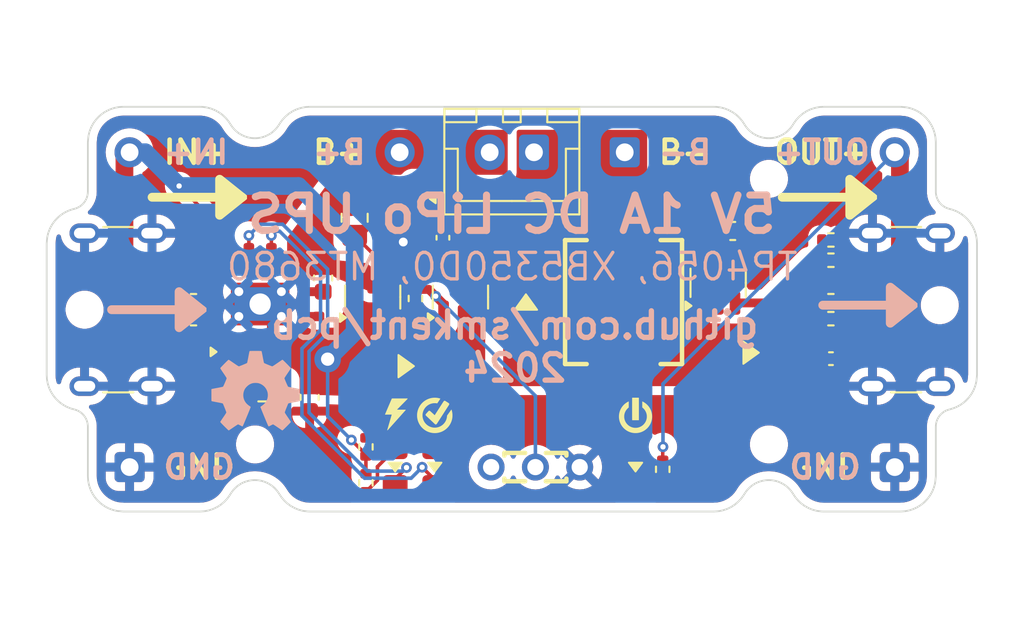
<source format=kicad_pcb>
(kicad_pcb (version 20240108) (generator "pcbnew") (generator_version "8.0")
  (layers (0 "F.Cu" signal) (31 "B.Cu" signal) (34 "B.Paste" user) (35 "F.Paste" user) (36 "B.SilkS" user "B.Silkscreen") (37 "F.SilkS" user "F.Silkscreen") (38 "B.Mask" user) (39 "F.Mask" user) (44 "Edge.Cuts" user))
  (net 0 "")
  (net 1 "B+")
  (net 2 "B-")
  (net 3 "VIN")
  (net 4 "GND")
  (net 5 "BATVDD")
  (net 6 "BOOST")
  (net 7 "VOUT")
  (net 8 "LOAD_SWITCH")
  (net 9 "SW")
  (net 10 "Net-(J0-CC1)")
  (net 11 "Net-(J0-CC2)")
  (net 12 "Net-(J1-CC1)")
  (net 13 "Net-(J1-CC2)")
  (net 14 "Net-(LED1-K)")
  (net 15 "Net-(LED1-A)")
  (net 16 "Net-(LED2-A)")
  (net 17 "Net-(LED2-K)")
  (net 18 "Net-(LED3-A)")
  (net 19 "Net-(Q2-G)")
  (net 20 "Net-(U1-PROG)")
  (net 21 "FB")
  (footprint "Resistor_SMD:R_0402_1005Metric" (layer "F.Cu") (at 146.3972 94.791)
    (property "Reference" "R10" (hide yes))
    (property "Value" "10K")
  )
  (footprint "Resistor_SMD:R_0402_1005Metric" (layer "F.Cu") (at 146.3972 95.936 180)
    (property "Reference" "R3" (hide yes))
    (property "Value" "75K")
  )
  (footprint "Resistor_SMD:R_0402_1005Metric" (layer "F.Cu") (at 122.949 98.097 90)
    (property "Reference" "R8" (hide yes))
    (property "Value" "10K")
  )
  (footprint "Resistor_SMD:R_0402_1005Metric" (layer "F.Cu") (at 146.3952 98.222)
    (property "Reference" "R6" (hide yes))
    (property "Value" "22K")
  )
  (footprint "Package_TO_SOT_SMD:SOT-23-6" (layer "F.Cu") (at 140.033 97.2115 90)
    (property "Reference" "U3" (hide yes))
    (property "Value" "MT3608")
  )
  (footprint "Package_TO_SOT_SMD:SOT-23" (layer "F.Cu") (at 125.489 98.0165 90)
    (property "Reference" "Q2" (hide yes))
    (property "Value" "AO3401A")
  )
  (footprint "lcsc:IND-SMD_L7.0-W6.6" (layer "F.Cu") (at 134.694 98.301 -90)
    (property "Reference" "L1" (hide yes))
    (property "Value" "22uH")
  )
  (footprint "Resistor_SMD:R_0402_1005Metric" (layer "F.Cu") (at 117.488 99.621 90)
    (property "Reference" "R11" (hide yes))
    (property "Value" "10K")
  )
  (footprint "custom:LED_0805_2012Metric_Pad1.15x1.40mm_HandSolder_simple" (layer "F.Cu") (at 121.806 107.62 90)
    (property "Reference" "LED1" (hide yes))
    (property "Value" "Charge")
  )
  (footprint "Package_TO_SOT_SMD:SOT-23" (layer "F.Cu") (at 120.536 98.0165 90)
    (property "Reference" "Q1" (hide yes))
    (property "Value" "AO3401A")
  )
  (footprint "graphics:icon-check-mark-circle-2mm" (layer "F.Cu") (at 124.0412 104.70017)
    (property "Reference" "G***" (hide yes))
    (property "Value" "LOGO" (hide yes))
  )
  (footprint "Capacitor_SMD:C_0603_1608Metric" (layer "F.Cu") (at 140.856 94.285)
    (property "Reference" "C4" (hide yes))
    (property "Value" "10uF")
  )
  (footprint "Resistor_SMD:R_0402_1005Metric" (layer "F.Cu") (at 136.9046 107.745 -90)
    (property "Reference" "R9" (hide yes))
    (property "Value" "10K")
  )
  (footprint "custom:SOIC-8-1EP_3.9x4.9mm_P1.27mm_EP2.41x3.3mm_ThermalVias_CustomVias_Large" (layer "F.Cu") (at 114.186 98.411 90)
    (property "Reference" "U1" (hide yes))
    (property "Value" "TP4056")
  )
  (footprint "Capacitor_SMD:C_0603_1608Metric" (layer "F.Cu") (at 117.742 96.939 90)
    (property "Reference" "C2" (hide yes))
    (property "Value" "10uF")
  )
  (footprint "Capacitor_SMD:C_0402_1005Metric" (layer "F.Cu") (at 146.3972 101.496)
    (property "Reference" "C5" (hide yes))
    (property "Value" "10uF")
  )
  (footprint "custom:PinHeader_1x01_P2.54mm_simple" (layer "F.Cu") (at 150 89.84)
    (property "Reference" "J201" (hide yes))
    (property "Value" "Conn_01x01")
  )
  (footprint "Resistor_SMD:R_0805_2012Metric_Pad1.20x1.40mm_HandSolder" (layer "F.Cu") (at 119.52 93.539 -90)
    (property "Reference" "R2" (hide yes))
    (property "Value" "100R")
  )
  (footprint "Resistor_SMD:R_0402_1005Metric" (layer "F.Cu") (at 146.3952 99.238)
    (property "Reference" "R7" (hide yes))
    (property "Value" "22K")
  )
  (footprint "custom:PinHeader_1x01_P2.54mm_simple" (layer "F.Cu") (at 106.82 89.84)
    (property "Reference" "J101" (hide yes))
    (property "Value" "Conn_01x01")
  )
  (footprint "custom:JST_XH_B2B-XH-A_1x02_P2.50mm_Vertical_simple_pad2gnd" (layer "F.Cu") (at 127.14 89.84)
    (property "Reference" "BT1" (hide yes))
    (property "Value" "Battery_Cell")
  )
  (footprint "custom:SW-TH_DEALON_SS-12D01-GX_simple" (layer "F.Cu") (at 129.72 107.62)
    (property "Reference" "SW1" (hide yes))
    (property "Value" "SW_SPDT")
  )
  (footprint "Capacitor_SMD:C_0603_1608Metric" (layer "F.Cu") (at 116.98 103.683 -90)
    (property "Reference" "C1" (hide yes))
    (property "Value" "10uF")
  )
  (footprint "custom:PinHeader_1x01_P2.54mm_simple_square" (layer "F.Cu") (at 106.82 107.62)
    (property "Reference" "J102" (hide yes))
    (property "Value" "Conn_01x01")
  )
  (footprint "Resistor_SMD:R_0805_2012Metric_Pad1.20x1.40mm_HandSolder" (layer "F.Cu") (at 114.313 103.175)
    (property "Reference" "R1" (hide yes))
    (property "Value" "1K2")
  )
  (footprint "Capacitor_SMD:C_0402_1005Metric" (layer "F.Cu") (at 124.501 94.666 -90)
    (property "Reference" "C3" (hide yes))
    (property "Value" "0.1uF")
  )
  (footprint "graphics:icon-power-2mm" (layer "F.Cu") (at 135.368736 104.699488)
    (property "Reference" "G***" (hide yes))
    (property "Value" "LOGO" (hide yes))
  )
  (footprint "Resistor_SMD:R_0402_1005Metric" (layer "F.Cu") (at 120.155 106.479 90)
    (property "Reference" "R13" (hide yes))
    (property "Value" "5K1")
  )
  (footprint "custom:D_SMA_simple" (layer "F.Cu") (at 122.409 101.905 180)
    (property "Reference" "D1" (hide yes))
    (property "Value" "SS34")
  )
  (footprint "custom:SOT-23-5_simple" (layer "F.Cu") (at 122.253 93.7715 -90)
    (property "Reference" "U2" (hide yes))
    (property "Value" "XB5350D0")
  )
  (footprint "custom:LED_0805_2012Metric_Pad1.15x1.40mm_HandSolder_simple" (layer "F.Cu") (at 135.3696 107.62 90)
    (property "Reference" "LED3" (hide yes))
    (property "Value" "Boost")
  )
  (footprint "custom:PinHeader_1x01_P2.54mm_simple_square" (layer "F.Cu") (at 150 107.62)
    (property "Reference" "J202" (hide yes))
    (property "Value" "Conn_01x01")
  )
  (footprint "custom:PinHeader_1x01_P2.54mm_simple" (layer "F.Cu") (at 122.06 89.84 180)
    (property "Reference" "J301" (hide yes))
    (property "Value" "Conn_01x01")
  )
  (footprint "custom:USB_C_Receptacle_GCT_USB4125-xx-x_6P_TopMnt_Horizontal_handsolder" (layer "F.Cu") (at 105.08 98.73 -90)
    (property "Reference" "J0" (hide yes))
    (property "Value" "USB_C_Receptacle_PowerOnly_6P")
  )
  (footprint "Resistor_SMD:R_0402_1005Metric" (layer "F.Cu") (at 110.4268 99.238)
    (property "Reference" "R4" (hide yes))
    (property "Value" "5K1")
  )
  (footprint "custom:D_SMA_simple" (layer "F.Cu") (at 141.872 101.143 180)
    (property "Reference" "D2" (hide yes))
    (property "Value" "SS34")
  )
  (footprint "custom:LED_0805_2012Metric_Pad1.15x1.40mm_HandSolder_simple" (layer "F.Cu") (at 124.04137 107.62 90)
    (property "Reference" "LED2" (hide yes))
    (property "Value" "Done")
  )
  (footprint "graphics:icon-lightning-bolt-2mm" (layer "F.Cu") (at 121.816112 104.576256)
    (property "Reference" "G***" (hide yes))
    (property "Value" "LOGO" (hide yes))
  )
  (footprint "Resistor_SMD:R_0402_1005Metric" (layer "F.Cu") (at 110.4268 98.224)
    (property "Reference" "R5" (hide yes))
    (property "Value" "5K1")
  )
  (footprint "Resistor_SMD:R_0402_1005Metric" (layer "F.Cu") (at 120.155 108.507 -90)
    (property "Reference" "R12" (hide yes))
    (property "Value" "5K1")
  )
  (footprint "custom:D_SMA_simple" (layer "F.Cu") (at 129.172 98.317 -90)
    (property "Reference" "D3" (hide yes))
    (property "Value" "SS34")
  )
  (footprint "custom:USB_C_Receptacle_GCT_USB4125-xx-x_6P_TopMnt_Horizontal_handsolder" (layer "F.Cu") (at 151.74 98.73 90)
    (property "Reference" "J1" (hide yes))
    (property "Value" "USB_C_Receptacle_PowerOnly_6P")
  )
  (footprint "custom:PinHeader_1x01_P2.54mm_simple_square" (layer "F.Cu") (at 134.76 89.84 180)
    (property "Reference" "J302" (hide yes))
    (property "Value" "Conn_01x01")
  )
  (footprint "graphics:oshw-logo-5mm" (layer "B.Cu") (at 113.932 103.302 180)
    (property "Reference" "G***" (hide yes))
    (property "Value" "LOGO" (hide yes))
  )
  (gr_poly (pts (xy 109.614 97.714) (xy 110.884 98.73) (xy 109.614 99.746)) (stroke (width 0.5)) (fill solid) (layer "B.SilkS"))
  (gr_line (start 105.804 98.73) (end 110.884 98.73) (stroke (width 0.5)) (layer "B.SilkS"))
  (gr_line (start 145.936 98.476) (end 151.016 98.476) (stroke (width 0.5)) (layer "B.SilkS"))
  (gr_poly (pts (xy 149.746 97.46) (xy 151.016 98.476) (xy 149.746 99.492)) (stroke (width 0.5)) (fill solid) (layer "B.SilkS"))
  (gr_line (start 108.09 92.38) (end 113.17 92.38) (stroke (width 0.5)) (layer "F.SilkS"))
  (gr_poly (pts (xy 111.9 91.364) (xy 113.17 92.38) (xy 111.9 93.396)) (stroke (width 0.5)) (fill solid) (layer "F.SilkS"))
  (gr_line (start 143.65 92.38) (end 148.73 92.38) (stroke (width 0.5)) (layer "F.SilkS"))
  (gr_poly (pts (xy 147.46 91.364) (xy 148.73 92.38) (xy 147.46 93.396)) (stroke (width 0.5)) (fill solid) (layer "F.SilkS"))
  (gr_poly (pts (xy 110.794799 87.2702) (xy 110.888899 87.2732) (xy 110.935899 87.276899) (xy 111.130499 87.301499) (xy 111.192098 87.3132) (xy 111.3745 87.3601) (xy 111.4342 87.3795) (xy 111.609199 87.4488) (xy 111.665998 87.4755) (xy 111.830999 87.5662) (xy 111.883999 87.5998) (xy 112.036298 87.7105) (xy 112.084699 87.7505) (xy 112.221899 87.8794) (xy 112.2649 87.925099) (xy 112.384899 88.0702) (xy 112.421799 88.120999) (xy 112.465999 88.1907) (xy 112.5013 88.2427) (xy 112.504699 88.2473) (xy 112.545099 88.3109) (xy 112.580399 88.3628) (xy 112.617199 88.4135) (xy 112.655699 88.463099) (xy 112.663599 88.4726) (xy 112.705099 88.5198) (xy 112.747999 88.5654) (xy 112.792399 88.609799) (xy 112.801399 88.6183) (xy 112.848499 88.6598) (xy 112.896799 88.699699) (xy 112.946399 88.73824) (xy 112.956399 88.74551) (xy 113.008399 88.78082) (xy 113.061199 88.81437) (xy 113.115299 88.84634) (xy 113.126099 88.8523) (xy 113.182099 88.88082) (xy 113.238799 88.90748) (xy 113.296399 88.93243) (xy 113.307899 88.93698) (xy 113.366999 88.95826) (xy 113.426599 88.97761) (xy 113.486899 88.99514) (xy 113.498899 88.99821) (xy 113.560199 89.01192) (xy 113.621699 89.02365) (xy 113.683699 89.03348) (xy 113.695999 89.035029) (xy 113.758499 89.04094) (xy 113.820999 89.044869) (xy 113.883799 89.04684) (xy 113.896199 89.04684) (xy 113.958999 89.044869) (xy 114.021499 89.04094) (xy 114.083999 89.035029) (xy 114.096299 89.03348) (xy 114.158299 89.02365) (xy 114.219799 89.01192) (xy 114.281099 88.99821) (xy 114.293099 88.99514) (xy 114.353399 88.97761) (xy 114.412999 88.95826) (xy 114.472099 88.93698) (xy 114.483599 88.93243) (xy 114.541199 88.90748) (xy 114.597899 88.88082) (xy 114.653899 88.8523) (xy 114.664699 88.84634) (xy 114.718799 88.81437) (xy 114.771599 88.78082) (xy 114.823599 88.74551) (xy 114.833599 88.73824) (xy 114.883199 88.699699) (xy 114.931499 88.6598) (xy 114.978599 88.6183) (xy 114.987599 88.609799) (xy 115.031999 88.5654) (xy 115.074899 88.5198) (xy 115.116399 88.4726) (xy 115.124299 88.463099) (xy 115.1628 88.4135) (xy 115.199599 88.3628) (xy 115.234899 88.3109) (xy 115.269899 88.2557) (xy 115.2864 88.2289) (xy 115.292399 88.2186) (xy 115.318299 88.179299) (xy 115.433599 88.020599) (xy 115.473599 87.972199) (xy 115.602499 87.835) (xy 115.648199 87.792) (xy 115.793299 87.672) (xy 115.844099 87.635099) (xy 116.003099 87.5342) (xy 116.057999 87.504) (xy 116.228399 87.4238) (xy 116.286699 87.4007) (xy 116.465799 87.3425) (xy 116.526599 87.3269) (xy 116.711599 87.2917) (xy 116.773799 87.2838) (xy 116.977399 87.271) (xy 117.008799 87.27) (xy 139.779095 87.27) (xy 139.794797 87.2702) (xy 139.888898 87.2732) (xy 139.935895 87.276899) (xy 140.130498 87.301499) (xy 140.192097 87.3132) (xy 140.374497 87.3601) (xy 140.434197 87.3795) (xy 140.609196 87.4488) (xy 140.665997 87.4755) (xy 140.830998 87.5662) (xy 140.883996 87.5998) (xy 141.036297 87.7105) (xy 141.084698 87.7505) (xy 141.221898 87.8794) (xy 141.264897 87.925099) (xy 141.384896 88.0702) (xy 141.421796 88.120999) (xy 141.465996 88.1907) (xy 141.501298 88.2427) (xy 141.504697 88.2473) (xy 141.545094 88.3109) (xy 141.580395 88.3628) (xy 141.617196 88.4135) (xy 141.655697 88.463099) (xy 141.663594 88.4726) (xy 141.705098 88.5198) (xy 141.747998 88.5654) (xy 141.792397 88.609799) (xy 141.801396 88.6183) (xy 141.848496 88.6598) (xy 141.896794 88.699699) (xy 141.946396 88.73824) (xy 141.956395 88.74551) (xy 142.008397 88.78082) (xy 142.061196 88.81437) (xy 142.115296 88.84634) (xy 142.126095 88.8523) (xy 142.182095 88.88082) (xy 142.238797 88.90748) (xy 142.296395 88.93243) (xy 142.307896 88.93698) (xy 142.366997 88.95826) (xy 142.426594 88.97761) (xy 142.486897 88.99514) (xy 142.498898 88.99821) (xy 142.560197 89.01192) (xy 142.621697 89.02365) (xy 142.683697 89.03348) (xy 142.695996 89.035029) (xy 142.758496 89.04094) (xy 142.820996 89.044869) (xy 142.883797 89.04684) (xy 142.896195 89.04684) (xy 142.958996 89.044869) (xy 143.021496 89.04094) (xy 143.083996 89.035029) (xy 143.096295 89.03348) (xy 143.158295 89.02365) (xy 143.219796 89.01192) (xy 143.281094 88.99821) (xy 143.293095 88.99514) (xy 143.353398 88.97761) (xy 143.412995 88.95826) (xy 143.472096 88.93698) (xy 143.483597 88.93243) (xy 143.541196 88.90748) (xy 143.597897 88.88082) (xy 143.653897 88.8523) (xy 143.664696 88.84634) (xy 143.718796 88.81437) (xy 143.771596 88.78082) (xy 143.823598 88.74551) (xy 143.833596 88.73824) (xy 143.883198 88.699699) (xy 143.931496 88.6598) (xy 143.978596 88.6183) (xy 143.987595 88.609799) (xy 144.031994 88.5654) (xy 144.074895 88.5198) (xy 144.116398 88.4726) (xy 144.124295 88.463099) (xy 144.162797 88.4135) (xy 144.199597 88.3628) (xy 144.234898 88.3109) (xy 144.269894 88.2557) (xy 144.286397 88.2289) (xy 144.292397 88.2186) (xy 144.318295 88.179299) (xy 144.433598 88.020599) (xy 144.473595 87.972199) (xy 144.602498 87.835) (xy 144.648198 87.792) (xy 144.793294 87.672) (xy 144.844098 87.635099) (xy 145.003094 87.5342) (xy 145.057995 87.504) (xy 145.228398 87.4238) (xy 145.286694 87.4007) (xy 145.465794 87.3425) (xy 145.526597 87.3269) (xy 145.711598 87.2917) (xy 145.773797 87.2838) (xy 145.977399 87.271) (xy 146.008793 87.27) (xy 150.291394 87.27) (xy 150.338498 87.2722) (xy 150.650593 87.3017) (xy 150.727795 87.3152) (xy 150.902596 87.3601) (xy 150.962296 87.3795) (xy 151.137295 87.4488) (xy 151.194096 87.4755) (xy 151.359097 87.5662) (xy 151.412099 87.5998) (xy 151.564397 87.7105) (xy 151.612797 87.7505) (xy 151.749997 87.8794) (xy 151.792996 87.925099) (xy 151.912999 88.0702) (xy 151.949895 88.120999) (xy 152.050797 88.28) (xy 152.080998 88.3349) (xy 152.161198 88.5053) (xy 152.184296 88.5636) (xy 152.242497 88.74273) (xy 152.258095 88.80349) (xy 152.293294 88.988459) (xy 152.301198 89.0507) (xy 152.313996 89.25432) (xy 152.314995 89.285709) (xy 152.314995 92.065079) (xy 152.316998 92.127869) (xy 152.332696 92.25246) (xy 152.363896 92.374089) (xy 152.410199 92.49086) (xy 152.470696 92.600899) (xy 152.544495 92.7025) (xy 152.630498 92.794049) (xy 152.727196 92.874089) (xy 152.833195 92.94138) (xy 152.946896 92.994849) (xy 153.066296 93.03366) (xy 153.227597 93.07507) (xy 153.287297 93.09446) (xy 153.462296 93.163779) (xy 153.519097 93.190489) (xy 153.684094 93.2812) (xy 153.737095 93.314819) (xy 153.889393 93.4255) (xy 153.937794 93.46549) (xy 154.074994 93.59439) (xy 154.117997 93.64012) (xy 154.237996 93.785219) (xy 154.274895 93.83596) (xy 154.375798 93.99496) (xy 154.405995 94.049929) (xy 154.486195 94.220319) (xy 154.509297 94.278639) (xy 154.567494 94.45773) (xy 154.583096 94.518489) (xy 154.618298 94.703459) (xy 154.626195 94.765699) (xy 154.638997 94.969319) (xy 154.639996 95.000709) (xy 154.639996 102.391429) (xy 154.637799 102.438459) (xy 154.608296 102.750649) (xy 154.594796 102.827818) (xy 154.549897 103.002598) (xy 154.530495 103.062248) (xy 154.461194 103.237339) (xy 154.434498 103.294098) (xy 154.343796 103.459108) (xy 154.310197 103.512077) (xy 154.199498 103.664417) (xy 154.159497 103.712757) (xy 154.030598 103.850029) (xy 153.984898 103.892967) (xy 153.839795 104.012999) (xy 153.788998 104.049868) (xy 153.629994 104.150768) (xy 153.575097 104.180988) (xy 153.404698 104.261168) (xy 153.346394 104.284258) (xy 153.167294 104.342457) (xy 153.076096 104.365868) (xy 153.076398 104.367178) (xy 153.005993 104.385258) (xy 152.889195 104.431488) (xy 152.779195 104.491987) (xy 152.677594 104.565798) (xy 152.585995 104.651768) (xy 152.505994 104.748528) (xy 152.438695 104.854557) (xy 152.385197 104.968187) (xy 152.346394 105.087628) (xy 152.322896 105.210978) (xy 152.314995 105.336319) (xy 152.314995 108.106428) (xy 152.312794 108.153458) (xy 152.283295 108.465649) (xy 152.269795 108.542818) (xy 152.224896 108.717598) (xy 152.205495 108.777298) (xy 152.136197 108.952297) (xy 152.109494 109.009098) (xy 152.018796 109.174099) (xy 151.985196 109.227097) (xy 151.874497 109.379399) (xy 151.834496 109.427799) (xy 151.705594 109.564999) (xy 151.659894 109.607998) (xy 151.514798 109.727997) (xy 151.463994 109.764898) (xy 151.304997 109.865799) (xy 151.250096 109.895998) (xy 151.079693 109.976198) (xy 151.021397 109.999298) (xy 150.842297 110.057499) (xy 150.781499 110.073097) (xy 150.596493 110.108299) (xy 150.534299 110.116198) (xy 150.330697 110.128998) (xy 150.299298 110.129997) (xy 146.000897 110.129997) (xy 145.985196 110.129799) (xy 145.891095 110.126797) (xy 145.844098 110.123099) (xy 145.649495 110.098499) (xy 145.587895 110.086798) (xy 145.405495 110.039898) (xy 145.345795 110.020498) (xy 145.170796 109.951199) (xy 145.113995 109.924498) (xy 144.948994 109.833798) (xy 144.895997 109.800198) (xy 144.743695 109.689499) (xy 144.695294 109.649498) (xy 144.558095 109.520598) (xy 144.515095 109.474899) (xy 144.395096 109.329798) (xy 144.358197 109.278999) (xy 144.313996 109.209297) (xy 144.278695 109.157299) (xy 144.275296 109.152699) (xy 144.234898 109.089098) (xy 144.199597 109.037197) (xy 144.162797 108.986498) (xy 144.124295 108.936897) (xy 144.116398 108.927399) (xy 144.074895 108.880198) (xy 144.031994 108.834599) (xy 143.987595 108.790199) (xy 143.978596 108.781698) (xy 143.931496 108.740198) (xy 143.883198 108.700298) (xy 143.833596 108.661759) (xy 143.823598 108.654488) (xy 143.771596 108.619179) (xy 143.718796 108.585629) (xy 143.664696 108.553658) (xy 143.653897 108.547699) (xy 143.597897 108.519177) (xy 143.541196 108.492518) (xy 143.483597 108.467568) (xy 143.472096 108.463017) (xy 143.412995 108.441738) (xy 143.353398 108.422388) (xy 143.293095 108.404858) (xy 143.281094 108.401787) (xy 143.219796 108.388077) (xy 143.158295 108.376347) (xy 143.096295 108.366518) (xy 143.083996 108.364967) (xy 143.021496 108.359059) (xy 142.958996 108.355129) (xy 142.896195 108.353157) (xy 142.883797 108.353157) (xy 142.820996 108.355129) (xy 142.758496 108.359059) (xy 142.695996 108.364967) (xy 142.683697 108.366518) (xy 142.621697 108.376347) (xy 142.560197 108.388077) (xy 142.498898 108.401787) (xy 142.486897 108.404858) (xy 142.426594 108.422388) (xy 142.366997 108.441738) (xy 142.307896 108.463017) (xy 142.296395 108.467568) (xy 142.238797 108.492518) (xy 142.182095 108.519177) (xy 142.126095 108.547699) (xy 142.115296 108.553658) (xy 142.061196 108.585629) (xy 142.008397 108.619179) (xy 141.956395 108.654488) (xy 141.946396 108.661759) (xy 141.896794 108.700298) (xy 141.848496 108.740198) (xy 141.801396 108.781698) (xy 141.792397 108.790199) (xy 141.747998 108.834599) (xy 141.705098 108.880198) (xy 141.663594 108.927399) (xy 141.655697 108.936897) (xy 141.617196 108.986498) (xy 141.580395 109.037197) (xy 141.545094 109.089098) (xy 141.510098 109.144299) (xy 141.493596 109.171097) (xy 141.487595 109.181397) (xy 141.461697 109.220699) (xy 141.346394 109.379399) (xy 141.306397 109.427799) (xy 141.177495 109.564999) (xy 141.131795 109.607998) (xy 140.986695 109.727997) (xy 140.935895 109.764898) (xy 140.776898 109.865799) (xy 140.721997 109.895998) (xy 140.551594 109.976198) (xy 140.493298 109.999298) (xy 140.314198 110.057499) (xy 140.253396 110.073097) (xy 140.068394 110.108299) (xy 140.006196 110.116198) (xy 139.802594 110.128998) (xy 139.771195 110.129997) (xy 117.000899 110.129997) (xy 116.985199 110.129799) (xy 116.891099 110.126797) (xy 116.844099 110.123099) (xy 116.649499 110.098499) (xy 116.587899 110.086798) (xy 116.405499 110.039898) (xy 116.345799 110.020498) (xy 116.170799 109.951199) (xy 116.113999 109.924498) (xy 115.948999 109.833798) (xy 115.895999 109.800198) (xy 115.743699 109.689499) (xy 115.695299 109.649498) (xy 115.558099 109.520598) (xy 115.515099 109.474899) (xy 115.395099 109.329798) (xy 115.358199 109.278999) (xy 115.313999 109.209297) (xy 115.278699 109.157299) (xy 115.275299 109.152699) (xy 115.234899 109.089098) (xy 115.199599 109.037197) (xy 115.1628 108.986498) (xy 115.124299 108.936897) (xy 115.116399 108.927399) (xy 115.074899 108.880198) (xy 115.031999 108.834599) (xy 114.987599 108.790199) (xy 114.978599 108.781698) (xy 114.931499 108.740198) (xy 114.883199 108.700298) (xy 114.833599 108.661759) (xy 114.823599 108.654488) (xy 114.771599 108.619179) (xy 114.718799 108.585629) (xy 114.664699 108.553658) (xy 114.653899 108.547699) (xy 114.597899 108.519177) (xy 114.541199 108.492518) (xy 114.483599 108.467568) (xy 114.472099 108.463017) (xy 114.412999 108.441738) (xy 114.353399 108.422388) (xy 114.293099 108.404858) (xy 114.281099 108.401787) (xy 114.219799 108.388077) (xy 114.158299 108.376347) (xy 114.096299 108.366518) (xy 114.083999 108.364967) (xy 114.021499 108.359059) (xy 113.958999 108.355129) (xy 113.896199 108.353157) (xy 113.883799 108.353157) (xy 113.820999 108.355129) (xy 113.758499 108.359059) (xy 113.695999 108.364967) (xy 113.683699 108.366518) (xy 113.621699 108.376347) (xy 113.560199 108.388077) (xy 113.498899 108.401787) (xy 113.486899 108.404858) (xy 113.426599 108.422388) (xy 113.366999 108.441738) (xy 113.307899 108.463017) (xy 113.296399 108.467568) (xy 113.238799 108.492518) (xy 113.182099 108.519177) (xy 113.126099 108.547699) (xy 113.115299 108.553658) (xy 113.061199 108.585629) (xy 113.008399 108.619179) (xy 112.956399 108.654488) (xy 112.946399 108.661759) (xy 112.896799 108.700298) (xy 112.848499 108.740198) (xy 112.801399 108.781698) (xy 112.792399 108.790199) (xy 112.747999 108.834599) (xy 112.705099 108.880198) (xy 112.663599 108.927399) (xy 112.655699 108.936897) (xy 112.617199 108.986498) (xy 112.580399 109.037197) (xy 112.545099 109.089098) (xy 112.510099 109.144299) (xy 112.493599 109.171097) (xy 112.487599 109.181397) (xy 112.461699 109.220699) (xy 112.346399 109.379399) (xy 112.3064 109.427799) (xy 112.177499 109.564999) (xy 112.131799 109.607998) (xy 111.9867 109.727997) (xy 111.935899 109.764898) (xy 111.776899 109.865799) (xy 111.722 109.895998) (xy 111.551599 109.976198) (xy 111.493299 109.999298) (xy 111.314199 110.057499) (xy 111.253399 110.073097) (xy 111.068399 110.108299) (xy 111.006199 110.116198) (xy 110.802599 110.128998) (xy 110.7712 110.129997) (xy 106.4886 110.129997) (xy 106.4415 110.127798) (xy 106.1294 110.098297) (xy 106.0522 110.084797) (xy 105.8774 110.039898) (xy 105.8177 110.020498) (xy 105.6427 109.951199) (xy 105.5859 109.924498) (xy 105.420899 109.833798) (xy 105.367899 109.800198) (xy 105.215599 109.689499) (xy 105.1672 109.649498) (xy 105.029999 109.520598) (xy 104.987 109.474899) (xy 104.866999 109.329798) (xy 104.830099 109.278999) (xy 104.729199 109.119999) (xy 104.699 109.065098) (xy 104.6188 108.894699) (xy 104.5957 108.836399) (xy 104.537499 108.657269) (xy 104.521901 108.596508) (xy 104.4867 108.411537) (xy 104.4788 108.349297) (xy 104.466 108.145678) (xy 104.465001 108.114288) (xy 104.465001 105.334919) (xy 104.463 105.272129) (xy 104.4473 105.147537) (xy 104.4161 105.025908) (xy 104.369799 104.909138) (xy 104.3093 104.799099) (xy 104.235501 104.697498) (xy 104.1495 104.605948) (xy 104.0528 104.525908) (xy 103.946801 104.458618) (xy 103.8331 104.405148) (xy 103.7137 104.366337) (xy 103.552399 104.324928) (xy 103.492699 104.305538) (xy 103.3177 104.236218) (xy 103.260899 104.209507) (xy 103.0959 104.118797) (xy 103.042901 104.085178) (xy 102.890601 103.974499) (xy 102.8422 103.934507) (xy 102.705 103.805607) (xy 102.661999 103.759878) (xy 102.542 103.614779) (xy 102.505101 103.564037) (xy 102.4042 103.405037) (xy 102.373999 103.350067) (xy 102.293799 103.179678) (xy 102.270699 103.121357) (xy 102.2125 102.942268) (xy 102.1969 102.881508) (xy 102.1617 102.696539) (xy 102.1538 102.634299) (xy 102.140999 102.430678) (xy 102.14 102.399289) (xy 102.14 95.008569) (xy 102.142199 94.961539) (xy 102.1717 94.649349) (xy 102.1852 94.572179) (xy 102.230099 94.3974) (xy 102.249501 94.33775) (xy 102.318801 94.162659) (xy 102.3455 94.105899) (xy 102.4362 93.94089) (xy 102.4698 93.88792) (xy 102.5805 93.73558) (xy 102.620499 93.687239) (xy 102.7494 93.549969) (xy 102.7951 93.50703) (xy 102.940199 93.386999) (xy 102.991 93.350129) (xy 103.15 93.24923) (xy 103.204899 93.21901) (xy 103.3753 93.138829) (xy 103.4336 93.11574) (xy 103.6127 93.05754) (xy 103.7039 93.034129) (xy 103.7036 93.032819) (xy 103.774001 93.01474) (xy 103.890799 92.968509) (xy 104.0008 92.90801) (xy 104.1024 92.8342) (xy 104.194001 92.74823) (xy 104.274001 92.651469) (xy 104.341299 92.545439) (xy 104.394801 92.43181) (xy 104.4336 92.312369) (xy 104.4571 92.189019) (xy 104.465001 92.063679) (xy 104.465001 89.293569) (xy 104.4672 89.24654) (xy 104.496701 88.93435) (xy 104.510199 88.85718) (xy 104.5551 88.6824) (xy 104.5745 88.6227) (xy 104.643799 88.4477) (xy 104.6705 88.3909) (xy 104.7612 88.2259) (xy 104.7948 88.1729) (xy 104.905499 88.020599) (xy 104.9455 87.972199) (xy 105.0744 87.835) (xy 105.1201 87.792) (xy 105.2652 87.672) (xy 105.316 87.635099) (xy 105.474999 87.5342) (xy 105.5299 87.504) (xy 105.7003 87.4238) (xy 105.7586 87.4007) (xy 105.9377 87.3425) (xy 105.998499 87.3269) (xy 106.1835 87.2917) (xy 106.245699 87.2838) (xy 106.449299 87.271) (xy 106.4807 87.27) (xy 110.779098 87.27)) (stroke (width 0.1)) (fill none) (layer "Edge.Cuts"))
  (gr_text "B+" (at 120.282 89.84 0) (layer "B.SilkS") (effects (font (size 1.3 1.3) (thickness 0.26) (bold yes)) (justify left mirror)))
  (gr_text "TP4056, XB5350D0, MT3680" (at 128.41 95.428 0) (layer "B.SilkS") (effects (font (size 1.5 1.5) (thickness 0.1875)) (justify top mirror)))
  (gr_text "IN+" (at 108.598 89.84 0) (layer "B.SilkS") (effects (font (size 1.3 1.3) (thickness 0.26) (bold yes)) (justify right mirror)))
  (gr_text "github.com/smkent/pcb\n2024" (at 128.550684 98.737439 0) (layer "B.SilkS") (effects (font (size 1.5 1.5) (thickness 0.3) (bold yes)) (justify top mirror)))
  (gr_text "5V 1A DC LiPo UPS" (at 128.39 93.35 0) (layer "B.SilkS") (effects (font (size 2 2) (thickness 0.4) (bold yes)) (justify mirror)))
  (gr_text "GND" (at 108.598 107.62 0) (layer "B.SilkS") (effects (font (size 1.3 1.3) (thickness 0.26) (bold yes)) (justify right mirror)))
  (gr_text "GND" (at 148.222 107.62 0) (layer "B.SilkS") (effects (font (size 1.3 1.3) (thickness 0.26) (bold yes)) (justify left mirror)))
  (gr_text "B-" (at 136.538 89.84 0) (layer "B.SilkS") (effects (font (size 1.3 1.3) (thickness 0.26) (bold yes)) (justify right mirror)))
  (gr_text "OUT+" (at 148.73 89.84 0) (layer "B.SilkS") (effects (font (size 1.3 1.3) (thickness 0.26) (bold yes)) (justify left mirror)))
  (gr_text "B+" (at 120.282 89.84 0) (layer "F.SilkS") (effects (font (size 1.3 1.3) (thickness 0.26) (bold yes)) (justify right)))
  (gr_text "GND" (at 148.222 107.62 0) (layer "F.SilkS") (effects (font (size 1.3 1.3) (thickness 0.26) (bold yes)) (justify right)))
  (gr_text "OUT+" (at 148.73 89.84 0) (layer "F.SilkS") (effects (font (size 1.3 1.3) (thickness 0.26) (bold yes)) (justify right)))
  (gr_text "GND" (at 108.598 107.62 0) (layer "F.SilkS") (effects (font (size 1.3 1.3) (thickness 0.26) (bold yes)) (justify left)))
  (gr_text "B-" (at 136.538 89.84 0) (layer "F.SilkS") (effects (font (size 1.3 1.3) (thickness 0.26) (bold yes)) (justify left)))
  (gr_text "IN+" (at 108.598 89.84 0) (layer "F.SilkS") (effects (font (size 1.3 1.3) (thickness 0.26) (bold yes)) (justify left)))
  (segment (start 124.1115 93.7965) (end 124.501 94.186) (width 0.5) (layer "F.Cu") (net 2))
  (segment (start 122.253 93.296499) (end 122.753001 93.7965) (width 0.5) (layer "F.Cu") (net 2))
  (segment (start 122.753001 93.7965) (end 124.1115 93.7965) (width 0.5) (layer "F.Cu") (net 2))
  (segment (start 124.464184 92.38) (end 128.664 92.38) (width 0.5) (layer "F.Cu") (net 2))
  (segment (start 123.605684 91.5215) (end 124.464184 92.38) (width 0.5) (layer "F.Cu") (net 2))
  (segment (start 122.253 92.068816) (end 122.800316 91.5215) (width 0.5) (layer "F.Cu") (net 2))
  (segment (start 122.253 92.634) (end 122.253 92.068816) (width 0.5) (layer "F.Cu") (net 2))
  (segment (start 129.64 91.404) (end 129.64 89.84) (width 0.5) (layer "F.Cu") (net 2))
  (segment (start 128.664 92.38) (end 129.64 91.404) (width 0.5) (layer "F.Cu") (net 2))
  (segment (start 122.800316 91.5215) (end 123.605684 91.5215) (width 0.5) (layer "F.Cu") (net 2))
  (segment (start 122.253 92.634) (end 122.253 93.296499) (width 0.5) (layer "F.Cu") (net 2))
  (segment (start 106.53 96.662) (end 107.207857 97.339857) (width 1) (layer "F.Cu") (net 3))
  (segment (start 106.985 97.73949) (end 107.51449 97.21) (width 0.75) (layer "F.Cu") (net 3))
  (segment (start 106.53 90.13) (end 106.53 96.662) (width 1) (layer "F.Cu") (net 3))
  (segment (start 106.985 99.72051) (end 106.985 97.73949) (width 0.75) (layer "F.Cu") (net 3))
  (segment (start 107.51449 97.21) (end 108.36 97.21) (width 0.75) (layer "F.Cu") (net 3))
  (segment (start 120.155 106.989) (end 120.155 106.908385) (width 0.2) (layer "F.Cu") (net 3))
  (segment (start 112.281 94.412) (end 112.281 95.936) (width 0.2) (layer "F.Cu") (net 3))
  (segment (start 108.36 100.25) (end 107.51449 100.25) (width 0.75) (layer "F.Cu") (net 3))
  (segment (start 120.155 107.997) (end 120.155 106.989) (width 0.2) (layer "F.Cu") (net 3))
  (segment (start 120.155 106.908385) (end 119.335001 106.088386) (width 0.2) (layer "F.Cu") (net 3))
  (segment (start 106.82 89.84) (end 106.53 90.13) (width 1) (layer "F.Cu") (net 3))
  (segment (start 107.51449 100.25) (end 106.985 99.72051) (width 0.75) (layer "F.Cu") (net 3))
  (segment (start 109.614 91.745) (end 112.281 94.412) (width 0.2) (layer "F.Cu") (net 3))
  (via (at 117.996 101.524) (size 1.5) (drill 0.75) (layers "F.Cu" "B.Cu") (net 3))
  (via (at 109.614 91.745) (size 0.6) (drill 0.3) (layers "F.Cu" "B.Cu") (net 3))
  (via (at 119.335001 106.088386) (size 0.6) (drill 0.3) (layers "F.Cu" "B.Cu") (net 3))
  (segment (start 119.335001 106.088386) (end 117.996 104.749385) (width 0.2) (layer "B.Cu") (net 3))
  (segment (start 119.52 100) (end 117.996 101.524) (width 1) (layer "B.Cu") (net 3))
  (segment (start 109.614 91.745) (end 107.709 89.84) (width 1) (layer "B.Cu") (net 3))
  (segment (start 116.345 91.745) (end 119.52 94.92) (width 1) (layer "B.Cu") (net 3))
  (segment (start 109.614 91.745) (end 116.345 91.745) (width 1) (layer "B.Cu") (net 3))
  (segment (start 119.52 94.92) (end 119.52 100) (width 1) (layer "B.Cu") (net 3))
  (segment (start 107.709 89.84) (end 106.82 89.84) (width 1) (layer "B.Cu") (net 3))
  (segment (start 117.996 104.749385) (end 117.996 101.524) (width 0.2) (layer "B.Cu") (net 3))
  (segment (start 148.74 94.41) (end 148.74 95.7) (width 0.5) (layer "F.Cu") (net 4))
  (segment (start 108.08 103.05) (end 108.08 101.76) (width 0.5) (layer "F.Cu") (net 4))
  (segment (start 141.6375 97.1865) (end 142.126 96.698) (width 0.5) (layer "F.Cu") (net 4))
  (segment (start 148.74 95.7) (end 148.46 95.98) (width 0.5) (layer "F.Cu") (net 4))
  (segment (start 148.74 101.76) (end 148.46 101.48) (width 0.5) (layer "F.Cu") (net 4))
  (segment (start 140.033 98.349) (end 140.033 97.686501) (width 0.5) (layer "F.Cu") (net 4))
  (segment (start 123.203 94.909) (end 122.2632 94.909) (width 1) (layer "F.Cu") (net 4))
  (segment (start 148.74 94.41) (end 147.2882 94.41) (width 0.5) (layer "F.Cu") (net 4))
  (segment (start 142.126 96.698) (end 142.126 94.78) (width 0.5) (layer "F.Cu") (net 4))
  (segment (start 148.74 103.05) (end 148.74 101.76) (width 0.5) (layer "F.Cu") (net 4))
  (segment (start 147.2882 94.41) (end 146.9072 94.791) (width 0.5) (layer "F.Cu") (net 4))
  (segment (start 140.033 97.686501) (end 140.533001 97.1865) (width 0.5) (layer "F.Cu") (net 4))
  (segment (start 140.533001 97.1865) (end 141.6375 97.1865) (width 0.5) (layer "F.Cu") (net 4))
  (segment (start 142.126 94.78) (end 141.631 94.285) (width 0.5) (layer "F.Cu") (net 4))
  (segment (start 108.08 101.76) (end 108.36 101.48) (width 0.5) (layer "F.Cu") (net 4))
  (segment (start 108.08 95.7) (end 108.36 95.98) (width 0.5) (layer "F.Cu") (net 4))
  (segment (start 121.303 94.909) (end 122.2632 94.909) (width 1) (layer "F.Cu") (net 4))
  (segment (start 108.08 94.41) (end 108.08 95.7) (width 0.5) (layer "F.Cu") (net 4))
  (via (at 122.2632 94.909) (size 1) (drill 0.5) (layers "F.Cu" "B.Cu") (net 4))
  (segment (start 121.303 93.1395) (end 121.303 92.634) (width 0.2) (layer "F.Cu") (net 5))
  (segment (start 119.52 94.539) (end 119.9035 94.539) (width 0.2) (layer "F.Cu") (net 5))
  (segment (start 119.52 94.539) (end 120.8525 95.8715) (width 0.2) (layer "F.Cu") (net 5))
  (segment (start 119.9035 94.539) (end 121.303 93.1395) (width 0.2) (layer "F.Cu") (net 5))
  (segment (start 123.7755 95.8715) (end 124.501 95.146) (width 0.2) (layer "F.Cu") (net 5))
  (segment (start 120.8525 95.8715) (end 123.7755 95.8715) (width 0.2) (layer "F.Cu") (net 5))
  (segment (start 149.835 97.73949) (end 149.835 99.72051) (width 0.75) (layer "F.Cu") (net 7))
  (segment (start 149.30551 100.25) (end 148.46 100.25) (width 0.75) (layer "F.Cu") (net 7))
  (segment (start 136.9046 107.235) (end 136.9046 106.4914) (width 0.2) (layer "F.Cu") (net 7))
  (segment (start 150 89.84) (end 150.29 90.13) (width 1) (layer "F.Cu") (net 7))
  (segment (start 150.29 97.28449) (end 149.923388 97.651102) (width 1) (layer "F.Cu") (net 7))
  (segment (start 149.835 99.72051) (end 149.30551 100.25) (width 0.75) (layer "F.Cu") (net 7))
  (segment (start 136.9046 106.4914) (end 136.919 106.477) (width 0.2) (layer "F.Cu") (net 7))
  (segment (start 150.29 90.13) (end 150.29 97.28449) (width 1) (layer "F.Cu") (net 7))
  (segment (start 149.30551 97.21) (end 149.835 97.73949) (width 0.75) (layer "F.Cu") (net 7))
  (segment (start 148.46 97.21) (end 149.30551 97.21) (width 0.75) (layer "F.Cu") (net 7))
  (via (at 136.919 106.477) (size 0.6) (drill 0.3) (layers "F.Cu" "B.Cu") (net 7))
  (segment (start 136.919 106.477) (end 136.919 102.921) (width 0.2) (layer "B.Cu") (net 7))
  (segment (start 136.919 102.921) (end 150 89.84) (width 0.2) (layer "B.Cu") (net 7))
  (segment (start 108.36 98.23) (end 109.9108 98.23) (width 0.5) (layer "F.Cu") (net 10))
  (segment (start 109.9108 98.23) (end 109.9168 98.224) (width 0.5) (layer "F.Cu") (net 10))
  (segment (start 109.9088 99.23) (end 109.9168 99.238) (width 0.5) (layer "F.Cu") (net 11))
  (segment (start 108.36 99.23) (end 109.9088 99.23) (width 0.5) (layer "F.Cu") (net 11))
  (segment (start 146.9132 99.23) (end 146.9052 99.238) (width 0.5) (layer "F.Cu") (net 12))
  (segment (start 148.46 99.23) (end 146.9132 99.23) (width 0.5) (layer "F.Cu") (net 12))
  (segment (start 146.9052 98.222) (end 148.452 98.222) (width 0.5) (layer "F.Cu") (net 13))
  (segment (start 148.452 98.222) (end 148.46 98.23) (width 0.5) (layer "F.Cu") (net 13))
  (segment (start 113.551 94.539) (end 113.551 95.936) (width 0.2) (layer "F.Cu") (net 14))
  (segment (start 121.806 108.286951) (end 122.446063 107.646888) (width 0.2) (layer "F.Cu") (net 14))
  (segment (start 121.806 108.645) (end 121.806 108.286951) (width 0.2) (layer "F.Cu") (net 14))
  (via (at 113.551 94.539) (size 0.6) (drill 0.3) (layers "F.Cu" "B.Cu") (net 14))
  (via (at 122.446063 107.646888) (size 0.6) (drill 0.3) (layers "F.Cu" "B.Cu") (net 14))
  (segment (start 122.246063 107.846888) (end 120.244974 107.846888) (width 0.2) (layer "B.Cu") (net 14))
  (segment (start 117.996 96.444) (end 115.456 93.904) (width 0.2) (layer "B.Cu") (net 14))
  (segment (start 116.946 104.547914) (end 116.946 101.089075) (width 0.2) (layer "B.Cu") (net 14))
  (segment (start 114.186 93.904) (end 113.551 94.539) (width 0.2) (layer "B.Cu") (net 14))
  (segment (start 117.996 100.039075) (end 117.996 96.444) (width 0.2) (layer "B.Cu") (net 14))
  (segment (start 115.456 93.904) (end 114.186 93.904) (width 0.2) (layer "B.Cu") (net 14))
  (segment (start 122.446063 107.646888) (end 122.246063 107.846888) (width 0.2) (layer "B.Cu") (net 14))
  (segment (start 120.244974 107.846888) (end 116.946 104.547914) (width 0.2) (layer "B.Cu") (net 14))
  (segment (start 116.946 101.089075) (end 117.996 100.039075) (width 0.2) (layer "B.Cu") (net 14))
  (segment (start 120.806 108.366) (end 120.806 107.595) (width 0.2) (layer "F.Cu") (net 15))
  (segment (start 120.155 109.017) (end 120.806 108.366) (width 0.2) (layer "F.Cu") (net 15))
  (segment (start 120.806 107.595) (end 121.806 106.595) (width 0.2) (layer "F.Cu") (net 15))
  (segment (start 123.16637 105.72) (end 124.04137 106.595) (width 0.2) (layer "F.Cu") (net 16))
  (segment (start 120.155 105.969) (end 120.404 105.72) (width 0.2) (layer "F.Cu") (net 16))
  (segment (start 120.404 105.72) (end 123.16637 105.72) (width 0.2) (layer "F.Cu") (net 16))
  (segment (start 124.04137 108.340878) (end 123.327521 107.627029) (width 0.2) (layer "F.Cu") (net 17))
  (segment (start 114.821 94.539) (end 114.821 95.936) (width 0.2) (layer "F.Cu") (net 17))
  (segment (start 124.04137 108.645) (end 124.04137 108.340878) (width 0.2) (layer "F.Cu") (net 17))
  (via (at 114.821 94.539) (size 0.6) (drill 0.3) (layers "F.Cu" "B.Cu") (net 17))
  (via (at 123.327521 107.627029) (size 0.6) (drill 0.3) (layers "F.Cu" "B.Cu") (net 17))
  (segment (start 114.821 94.539) (end 115.056 94.304) (width 0.2) (layer "B.Cu") (net 17))
  (segment (start 115.290314 94.304) (end 117.596 96.609686) (width 0.2) (layer "B.Cu") (net 17))
  (segment (start 116.546 100.923389) (end 116.546 104.713599) (width 0.2) (layer "B.Cu") (net 17))
  (segment (start 117.596 99.873389) (end 116.546 100.923389) (width 0.2) (layer "B.Cu") (net 17))
  (segment (start 122.707662 108.246888) (end 123.327521 107.627029) (width 0.2) (layer "B.Cu") (net 17))
  (segment (start 117.596 96.609686) (end 117.596 99.873389) (width 0.2) (layer "B.Cu") (net 17))
  (segment (start 116.546 104.713599) (end 120.079288 108.246888) (width 0.2) (layer "B.Cu") (net 17))
  (segment (start 120.079288 108.246888) (end 122.707662 108.246888) (width 0.2) (layer "B.Cu") (net 17))
  (segment (start 115.056 94.304) (end 115.290314 94.304) (width 0.2) (layer "B.Cu") (net 17))
  (segment (start 135.3696 106.595) (end 135.3696 106.72) (width 0.2) (layer "F.Cu") (net 18))
  (segment (start 135.3696 106.72) (end 136.9046 108.255) (width 0.2) (layer "F.Cu") (net 18))
  (segment (start 122.949 97.587) (end 123.711 97.587) (width 0.5) (layer "F.Cu") (net 19))
  (segment (start 124.539 98.415) (end 124.539 98.954) (width 0.5) (layer "F.Cu") (net 19))
  (segment (start 124.092 97.968) (end 124.539 98.415) (width 0.5) (layer "F.Cu") (net 19))
  (segment (start 123.711 97.587) (end 124.092 97.968) (width 0.5) (layer "F.Cu") (net 19))
  (via (at 124.092 97.968) (size 0.6) (drill 0.3) (layers "F.Cu" "B.Cu") (net 19))
  (segment (start 129.72 103.596) (end 124.092 97.968) (width 0.2) (layer "B.Cu") (net 19))
  (segment (start 129.72 107.62) (end 129.72 103.596) (width 0.2) (layer "B.Cu") (net 19))
  (segment (start 113.551 102.937) (end 113.313 103.175) (width 0.5) (layer "F.Cu") (net 20))
  (segment (start 113.551 100.886) (end 113.551 102.937) (width 0.5) (layer "F.Cu") (net 20))
  (segment (start 145.8872 94.791) (end 145.8872 95.936) (width 0.5) (layer "F.Cu") (net 21))
  (segment (start 142.761 98.349) (end 140.983 98.349) (width 0.5) (layer "F.Cu") (net 21))
  (segment (start 145.8872 95.936) (end 145.174 95.936) (width 0.5) (layer "F.Cu") (net 21))
  (segment (start 145.174 95.936) (end 142.761 98.349) (width 0.5) (layer "F.Cu") (net 21))
  (zone (net 2) (net_name "B-") (layer "F.Cu") (priority 1) (connect_pads yes (clearance 0.5)) (min_thickness 0.25) (fill yes (thermal_gap 0.5) (thermal_bridge_width 0.5))
    (polygon (pts (xy 136.03 88.57) (xy 128.41 88.57) (xy 128.41 91.618) (xy 121.806 91.618) (xy 121.806 93.396) (xy 121.806 94.158) (xy 125.108 94.666) (xy 125.108 93.396) (xy 128.41 93.396) (xy 130.95 91.618) (xy 136.03 91.618)))
  )
  (zone (net 8) (net_name "LOAD_SWITCH") (layer "F.Cu") (priority 2) (connect_pads yes (clearance 0.5)) (min_thickness 0.25) (fill yes (thermal_gap 0.5) (thermal_bridge_width 0.5))
    (polygon (pts (xy 121.044 97.968) (xy 126.886 97.968) (xy 126.886 103.556) (xy 122.314 103.556) (xy 122.314 100.254) (xy 121.044 100.254)))
  )
  (zone (net 7) (net_name "VOUT") (layer "F.Cu") (priority 2) (connect_pads yes (clearance 0.5)) (min_thickness 0.25) (fill yes (thermal_gap 0.5) (thermal_bridge_width 0.5))
    (polygon (pts (xy 145.428 96.444) (xy 145.936 96.444) (xy 146.444 96.444) (xy 146.444 95.428) (xy 147.46 95.428) (xy 147.46 96.444) (xy 149.238 96.698) (xy 149.238 100.762) (xy 147.46 101.016) (xy 146.444 101.016) (xy 146.19 102.032) (xy 145.174 103.048) (xy 142.38 103.048) (xy 142.38 99.492)))
  )
  (zone (net 9) (net_name "SW") (layer "F.Cu") (priority 2) (connect_pads yes (clearance 0.5)) (min_thickness 0.25) (fill yes (thermal_gap 0.5) (thermal_bridge_width 0.5))
    (polygon (pts (xy 127.902 98.73) (xy 127.902 103.048) (xy 141.618 103.048) (xy 141.618 99.492) (xy 139.586 99.492) (xy 139.586 97.46) (xy 138.57 97.46) (xy 137.3 99.746) (xy 131.458 99.746) (xy 130.442 98.73)))
  )
  (zone (net 6) (net_name "BOOST") (layer "F.Cu") (priority 2) (connect_pads yes (clearance 0.5)) (min_thickness 0.25) (fill yes (thermal_gap 0.5) (thermal_bridge_width 0.5))
    (polygon (pts (xy 125.108 97.968) (xy 130.95 97.968) (xy 131.458 96.698) (xy 141.364 96.698) (xy 141.364 95.174) (xy 140.602 93.65) (xy 131.204 93.65) (xy 130.188 94.92) (xy 127.394 94.92) (xy 126.632 95.936) (xy 125.108 95.936)))
  )
  (zone (net 3) (net_name "VIN") (layer "F.Cu") (priority 2) (connect_pads yes (clearance 0.5)) (min_thickness 0.25) (fill yes (thermal_gap 0.5) (thermal_bridge_width 0.5))
    (polygon (pts (xy 115.583 99.746) (xy 115.583 102.032) (xy 116.218 103.556) (xy 117.742 103.556) (xy 121.933 103.683) (xy 121.933 100.635) (xy 120.79 100.635) (xy 120.79 98.222) (xy 119.139 98.222) (xy 118.504 99.746)))
  )
  (zone (net 1) (net_name "B+") (layer "F.Cu") (priority 2) (connect_pads yes (clearance 0.5)) (min_thickness 0.25) (fill yes (thermal_gap 0.5) (thermal_bridge_width 0.5))
    (polygon (pts (xy 128.156 88.57) (xy 128.156 91.11) (xy 120.536 91.11) (xy 120.536 93.142) (xy 118.504 93.65) (xy 118.504 95.936) (xy 121.044 96.19) (xy 121.044 97.968) (xy 118.504 96.952) (xy 115.71 96.952) (xy 115.71 94.666) (xy 120.282 88.57)))
  )
  (zone (net 4) (net_name "GND") (layers "F&B.Cu") (connect_pads (clearance 0.5)) (min_thickness 0.25) (fill yes (thermal_gap 0.5) (thermal_bridge_width 0.5))
    (polygon (pts (xy 100.724 86.792) (xy 155.842 86.792) (xy 155.842 110.668) (xy 100.724 110.668)))
  )
)
</source>
